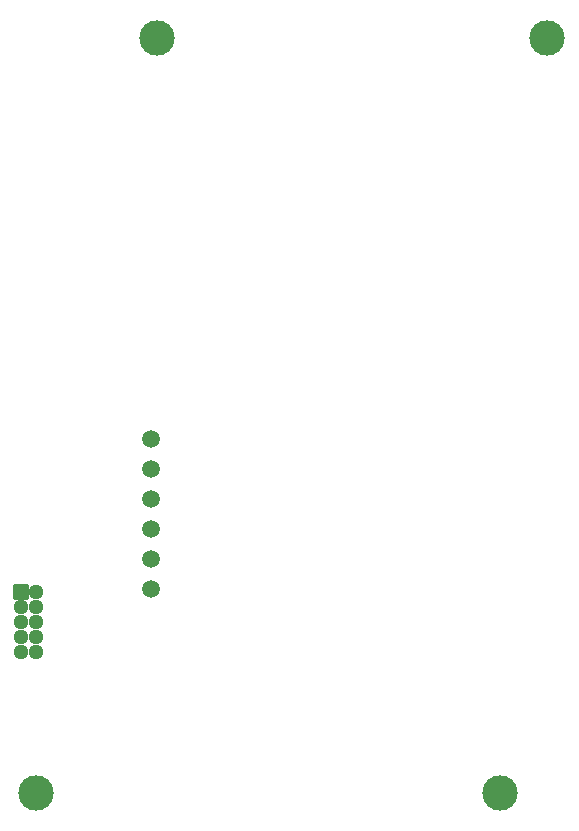
<source format=gbr>
G04 #@! TF.GenerationSoftware,KiCad,Pcbnew,7.0.10*
G04 #@! TF.CreationDate,2024-02-16T13:27:10-05:00*
G04 #@! TF.ProjectId,Tympan nRF52 Programmer,54796d70-616e-4206-9e52-463532205072,rev?*
G04 #@! TF.SameCoordinates,Original*
G04 #@! TF.FileFunction,Soldermask,Bot*
G04 #@! TF.FilePolarity,Negative*
%FSLAX46Y46*%
G04 Gerber Fmt 4.6, Leading zero omitted, Abs format (unit mm)*
G04 Created by KiCad (PCBNEW 7.0.10) date 2024-02-16 13:27:10*
%MOMM*%
%LPD*%
G01*
G04 APERTURE LIST*
G04 Aperture macros list*
%AMRoundRect*
0 Rectangle with rounded corners*
0 $1 Rounding radius*
0 $2 $3 $4 $5 $6 $7 $8 $9 X,Y pos of 4 corners*
0 Add a 4 corners polygon primitive as box body*
4,1,4,$2,$3,$4,$5,$6,$7,$8,$9,$2,$3,0*
0 Add four circle primitives for the rounded corners*
1,1,$1+$1,$2,$3*
1,1,$1+$1,$4,$5*
1,1,$1+$1,$6,$7*
1,1,$1+$1,$8,$9*
0 Add four rect primitives between the rounded corners*
20,1,$1+$1,$2,$3,$4,$5,0*
20,1,$1+$1,$4,$5,$6,$7,0*
20,1,$1+$1,$6,$7,$8,$9,0*
20,1,$1+$1,$8,$9,$2,$3,0*%
G04 Aperture macros list end*
%ADD10C,3.000000*%
%ADD11C,1.500000*%
%ADD12RoundRect,0.102000X-0.545000X0.545000X-0.545000X-0.545000X0.545000X-0.545000X0.545000X0.545000X0*%
%ADD13C,1.294000*%
G04 APERTURE END LIST*
D10*
X126900000Y-130700000D03*
X170150000Y-66700000D03*
X137150000Y-66700000D03*
X166150000Y-130700000D03*
D11*
X136600000Y-100700000D03*
X136600000Y-103240000D03*
X136600000Y-105780000D03*
X136600000Y-108320000D03*
X136600000Y-110860000D03*
X136600000Y-113400000D03*
D12*
X125630000Y-113660000D03*
D13*
X126900000Y-113660000D03*
X125630000Y-114930000D03*
X126900000Y-114930000D03*
X125630000Y-116200000D03*
X126900000Y-116200000D03*
X125630000Y-117470000D03*
X126900000Y-117470000D03*
X125630000Y-118740000D03*
X126900000Y-118740000D03*
M02*

</source>
